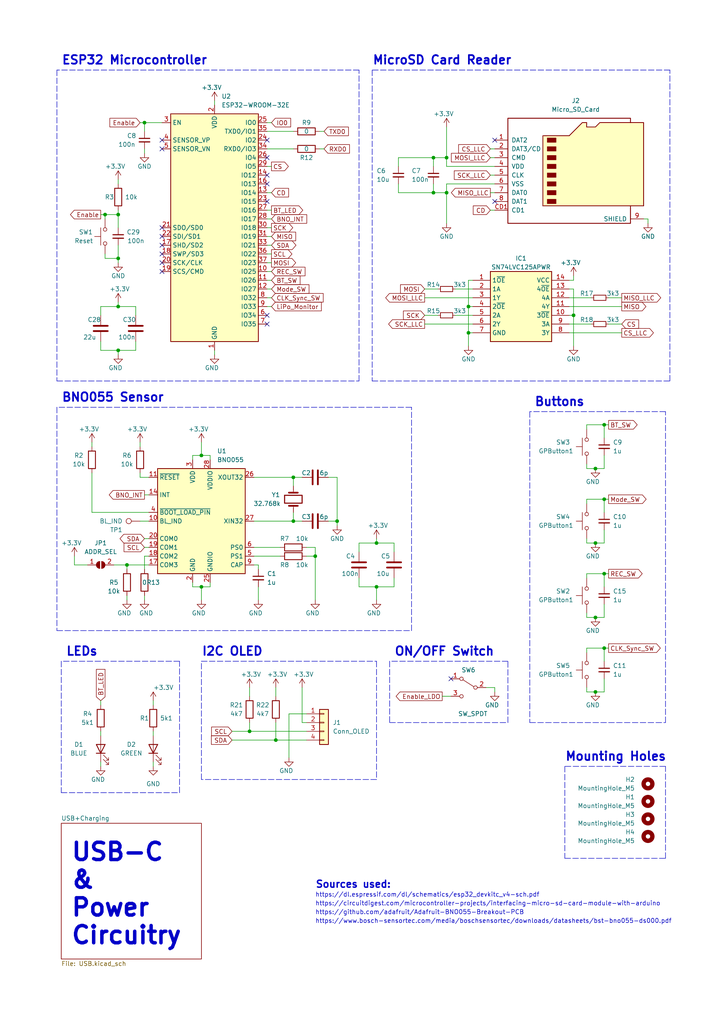
<source format=kicad_sch>
(kicad_sch (version 20211123) (generator eeschema)
  (paper "A4" portrait)
  (title_block (title "Wireless Motion Tracking") (date "2024-04-14") (rev "4"))
  (lib_symbols
    (symbol "Connector:Micro_SD_Card" (pin_names (offset 1.016))
      (property "Reference" "J2" (at 0.635 19.05 0))
      (property "Value" "Micro_SD_Card" (at 0.635 16.51 0))
      (symbol "Micro_SD_Card_1_1"
        (pin bidirectional line (at -22.86 7.62 0) (length 3.81) (name "DAT2") (number "1"))
        (pin bidirectional line (at -22.86 5.08 0) (length 3.81) (name "DAT3/CD") (number "2"))
        (pin input line (at -22.86 2.54 0) (length 3.81) (name "CMD") (number "3"))
        (pin power_in line (at -22.86 0 0) (length 3.81) (name "VDD") (number "4"))
        (pin input line (at -22.86 -2.54 0) (length 3.81) (name "CLK") (number "5"))
        (pin power_in line (at -22.86 -5.08 0) (length 3.81) (name "VSS") (number "6"))
        (pin bidirectional line (at -22.86 -7.62 0) (length 3.81) (name "DAT0") (number "7"))
        (pin bidirectional line (at -22.86 -10.16 0) (length 3.81) (name "DAT1") (number "8"))
        (pin passive line (at 20.32 -15.24 180) (length 3.81) (name "SHIELD") (number "9"))
        (pin output line (at -22.86 -12.7 0) (length 3.81) (name "CD1") (number "CD1"))
      )
    )
    (symbol "Connector:TestPoint" (pin_numbers hide) (pin_names (offset 0.762) hide)
      (property "Reference" "TP" (at 0 6.858 0))
      (property "Value" "TestPoint" (at 0 5.08 0))
      (symbol "TestPoint_1_1"
        (pin passive line (at 0 0 90) (length 2.54) (name "1") (number "1"))
      )
    )
    (symbol "Connector_Generic:Conn_01x04" (pin_names (offset 1.016) hide)
      (property "Reference" "J" (at 0 5.08 0))
      (property "Value" "Conn_01x04" (at 0 -7.62 0))
      (symbol "Conn_01x04_1_1"
        (pin passive line (at -5.08 2.54 0) (length 3.81) (name "Pin_1") (number "1"))
        (pin passive line (at -5.08 0 0) (length 3.81) (name "Pin_2") (number "2"))
        (pin passive line (at -5.08 -2.54 0) (length 3.81) (name "Pin_3") (number "3"))
        (pin passive line (at -5.08 -5.08 0) (length 3.81) (name "Pin_4") (number "4"))
      )
    )
    (symbol "Device:C" (pin_numbers hide) (pin_names (offset 0.254))
      (property "Reference" "C" (at 0.635 2.54 0))
      (property "Value" "C" (at 0.635 -2.54 0))
      (symbol "C_1_1"
        (pin passive line (at 0 3.81 270) (length 2.794) (name "~") (number "1"))
        (pin passive line (at 0 -3.81 90) (length 2.794) (name "~") (number "2"))
      )
    )
    (symbol "Device:C_Small" (pin_numbers hide) (pin_names (offset 0.254) hide)
      (property "Reference" "C" (at 0.254 1.778 0))
      (property "Value" "C_Small" (at 0.254 -2.032 0))
      (symbol "C_Small_1_1"
        (pin passive line (at 0 2.54 270) (length 2.032) (name "~") (number "1"))
        (pin passive line (at 0 -2.54 90) (length 2.032) (name "~") (number "2"))
      )
    )
    (symbol "Device:Crystal" (pin_numbers hide) (pin_names (offset 1.016) hide)
      (property "Reference" "Y" (at 0 3.81 0))
      (property "Value" "Crystal" (at 0 -3.81 0))
      (symbol "Crystal_1_1"
        (pin passive line (at -3.81 0 0) (length 1.27) (name "1") (number "1"))
        (pin passive line (at 3.81 0 180) (length 1.27) (name "2") (number "2"))
      )
    )
    (symbol "Device:LED" (pin_numbers hide) (pin_names (offset 1.016) hide)
      (property "Reference" "D" (at 0 2.54 0))
      (property "Value" "LED" (at 0 -2.54 0))
      (symbol "LED_1_1"
        (pin passive line (at -3.81 0 0) (length 2.54) (name "K") (number "1"))
        (pin passive line (at 3.81 0 180) (length 2.54) (name "A") (number "2"))
      )
    )
    (symbol "Device:R" (pin_numbers hide) (pin_names (offset 0))
      (property "Reference" "R" (at 2.032 0 90))
      (property "Value" "R" (at 0 0 90))
      (symbol "R_1_1"
        (pin passive line (at 0 3.81 270) (length 1.27) (name "~") (number "1"))
        (pin passive line (at 0 -3.81 90) (length 1.27) (name "~") (number "2"))
      )
    )
    (symbol "Device:R_Small" (pin_numbers hide) (pin_names (offset 0.254) hide)
      (property "Reference" "R" (at 0.762 0.508 0))
      (property "Value" "R_Small" (at 0.762 -1.016 0))
      (symbol "R_Small_1_1"
        (pin passive line (at 0 2.54 270) (length 0.762) (name "~") (number "1"))
        (pin passive line (at 0 -2.54 90) (length 0.762) (name "~") (number "2"))
      )
    )
    (symbol "Jumper:SolderJumper_2_Open" (pin_names (offset 0) hide)
      (property "Reference" "JP" (at 0 2.032 0))
      (property "Value" "SolderJumper_2_Open" (at 0 -2.54 0))
      (symbol "SolderJumper_2_Open_1_1"
        (pin passive line (at -3.81 0 0) (length 2.54) (name "A") (number "1"))
        (pin passive line (at 3.81 0 180) (length 2.54) (name "B") (number "2"))
      )
    )
    (symbol "Mechanical:MountingHole" (pin_names (offset 1.016))
      (property "Reference" "H" (at 0 5.08 0))
      (property "Value" "MountingHole" (at 0 3.175 0))
    )
    (symbol "Mouser:SN74LVC125APWR"
      (property "Reference" "IC" (at 0 0 0))
      (property "Value" "SN74LVC125APWR" (at 13.97 3.81 0))
      (symbol "SN74LVC125APWR_1_1"
        (pin passive line (at 0 0 0) (length 5.08) (name "1~{OE}") (number "1"))
        (pin passive line (at 27.94 -10.16 180) (length 5.08) (name "3~{OE}") (number "10"))
        (pin passive line (at 27.94 -7.62 180) (length 5.08) (name "4Y") (number "11"))
        (pin passive line (at 27.94 -5.08 180) (length 5.08) (name "4A") (number "12"))
        (pin passive line (at 27.94 -2.54 180) (length 5.08) (name "4~{OE}") (number "13"))
        (pin passive line (at 27.94 0 180) (length 5.08) (name "VCC") (number "14"))
        (pin passive line (at 0 -2.54 0) (length 5.08) (name "1A") (number "2"))
        (pin passive line (at 0 -5.08 0) (length 5.08) (name "1Y") (number "3"))
        (pin passive line (at 0 -7.62 0) (length 5.08) (name "2~{OE}") (number "4"))
        (pin passive line (at 0 -10.16 0) (length 5.08) (name "2A") (number "5"))
        (pin passive line (at 0 -12.7 0) (length 5.08) (name "2Y") (number "6"))
        (pin passive line (at 0 -15.24 0) (length 5.08) (name "GND") (number "7"))
        (pin passive line (at 27.94 -15.24 180) (length 5.08) (name "3Y") (number "8"))
        (pin passive line (at 27.94 -12.7 180) (length 5.08) (name "3A") (number "9"))
      )
    )
    (symbol "RF_Module:ESP32-WROOM-32"
      (property "Reference" "U" (at -12.7 34.29 0))
      (property "Value" "ESP32-WROOM-32" (at 1.27 34.29 0))
      (symbol "ESP32-WROOM-32_1_1"
        (pin power_in line (at 0 -35.56 90) (length 2.54) (name "GND") (number "1"))
        (pin bidirectional line (at 15.24 -12.7 180) (length 2.54) (name "IO25") (number "10"))
        (pin bidirectional line (at 15.24 -15.24 180) (length 2.54) (name "IO26") (number "11"))
        (pin bidirectional line (at 15.24 -17.78 180) (length 2.54) (name "IO27") (number "12"))
        (pin bidirectional line (at 15.24 10.16 180) (length 2.54) (name "IO14") (number "13"))
        (pin bidirectional line (at 15.24 15.24 180) (length 2.54) (name "IO12") (number "14"))
        (pin passive line (at 0 -35.56 90) (length 2.54) hide (name "GND") (number "15"))
        (pin bidirectional line (at 15.24 12.7 180) (length 2.54) (name "IO13") (number "16"))
        (pin bidirectional line (at -15.24 -5.08 0) (length 2.54) (name "SHD/SD2") (number "17"))
        (pin bidirectional line (at -15.24 -7.62 0) (length 2.54) (name "SWP/SD3") (number "18"))
        (pin bidirectional line (at -15.24 -12.7 0) (length 2.54) (name "SCS/CMD") (number "19"))
        (pin power_in line (at 0 35.56 270) (length 2.54) (name "VDD") (number "2"))
        (pin bidirectional line (at -15.24 -10.16 0) (length 2.54) (name "SCK/CLK") (number "20"))
        (pin bidirectional line (at -15.24 0 0) (length 2.54) (name "SDO/SD0") (number "21"))
        (pin bidirectional line (at -15.24 -2.54 0) (length 2.54) (name "SDI/SD1") (number "22"))
        (pin bidirectional line (at 15.24 7.62 180) (length 2.54) (name "IO15") (number "23"))
        (pin bidirectional line (at 15.24 25.4 180) (length 2.54) (name "IO2") (number "24"))
        (pin bidirectional line (at 15.24 30.48 180) (length 2.54) (name "IO0") (number "25"))
        (pin bidirectional line (at 15.24 20.32 180) (length 2.54) (name "IO4") (number "26"))
        (pin bidirectional line (at 15.24 5.08 180) (length 2.54) (name "IO16") (number "27"))
        (pin bidirectional line (at 15.24 2.54 180) (length 2.54) (name "IO17") (number "28"))
        (pin bidirectional line (at 15.24 17.78 180) (length 2.54) (name "IO5") (number "29"))
        (pin input line (at -15.24 30.48 0) (length 2.54) (name "EN") (number "3"))
        (pin bidirectional line (at 15.24 0 180) (length 2.54) (name "IO18") (number "30"))
        (pin bidirectional line (at 15.24 -2.54 180) (length 2.54) (name "IO19") (number "31"))
        (pin no_connect line (at -12.7 -27.94 0) (length 2.54) hide (name "NC") (number "32"))
        (pin bidirectional line (at 15.24 -5.08 180) (length 2.54) (name "IO21") (number "33"))
        (pin bidirectional line (at 15.24 22.86 180) (length 2.54) (name "RXD0/IO3") (number "34"))
        (pin bidirectional line (at 15.24 27.94 180) (length 2.54) (name "TXD0/IO1") (number "35"))
        (pin bidirectional line (at 15.24 -7.62 180) (length 2.54) (name "IO22") (number "36"))
        (pin bidirectional line (at 15.24 -10.16 180) (length 2.54) (name "IO23") (number "37"))
        (pin passive line (at 0 -35.56 90) (length 2.54) hide (name "GND") (number "38"))
        (pin passive line (at 0 -35.56 90) (length 2.54) hide (name "GND") (number "39"))
        (pin input line (at -15.24 25.4 0) (length 2.54) (name "SENSOR_VP") (number "4"))
        (pin input line (at -15.24 22.86 0) (length 2.54) (name "SENSOR_VN") (number "5"))
        (pin input line (at 15.24 -25.4 180) (length 2.54) (name "IO34") (number "6"))
        (pin input line (at 15.24 -27.94 180) (length 2.54) (name "IO35") (number "7"))
        (pin bidirectional line (at 15.24 -20.32 180) (length 2.54) (name "IO32") (number "8"))
        (pin bidirectional line (at 15.24 -22.86 180) (length 2.54) (name "IO33") (number "9"))
      )
    )
    (symbol "Sensor_Motion:BNO055"
      (property "Reference" "U" (at -11.43 16.51 0))
      (property "Value" "BNO055" (at 12.7 16.51 0))
      (symbol "BNO055_1_1"
        (pin no_connect line (at -12.7 10.16 0) (length 2.54) hide (name "PIN1") (number "1"))
        (pin output line (at -15.24 0 0) (length 2.54) (name "BL_IND") (number "10"))
        (pin input line (at -15.24 12.7 0) (length 2.54) (name "~{RESET}") (number "11"))
        (pin no_connect line (at 12.7 10.16 180) (length 2.54) hide (name "PIN12") (number "12"))
        (pin no_connect line (at 12.7 7.62 180) (length 2.54) hide (name "PIN13") (number "13"))
        (pin output line (at -15.24 7.62 0) (length 2.54) (name "INT") (number "14"))
        (pin passive line (at 2.54 -17.78 90) (length 2.54) hide (name "GNDIO") (number "15"))
        (pin passive line (at 2.54 -17.78 90) (length 2.54) hide (name "GNDIO") (number "16"))
        (pin input line (at -15.24 -12.7 0) (length 2.54) (name "COM3") (number "17"))
        (pin bidirectional line (at -15.24 -10.16 0) (length 2.54) (name "COM2") (number "18"))
        (pin bidirectional line (at -15.24 -7.62 0) (length 2.54) (name "COM1") (number "19"))
        (pin power_in line (at -2.54 -17.78 90) (length 2.54) (name "GND") (number "2"))
        (pin bidirectional line (at -15.24 -5.08 0) (length 2.54) (name "COM0") (number "20"))
        (pin no_connect line (at 12.7 5.08 180) (length 2.54) hide (name "PIN21") (number "21"))
        (pin no_connect line (at 12.7 2.54 180) (length 2.54) hide (name "PIN22") (number "22"))
        (pin no_connect line (at 12.7 -2.54 180) (length 2.54) hide (name "PIN23") (number "23"))
        (pin no_connect line (at 12.7 -5.08 180) (length 2.54) hide (name "PIN24") (number "24"))
        (pin power_in line (at 2.54 -17.78 90) (length 2.54) (name "GNDIO") (number "25"))
        (pin output line (at 15.24 12.7 180) (length 2.54) (name "XOUT32") (number "26"))
        (pin input line (at 15.24 0 180) (length 2.54) (name "XIN32") (number "27"))
        (pin power_in line (at 2.54 17.78 270) (length 2.54) (name "VDDIO") (number "28"))
        (pin power_in line (at -2.54 17.78 270) (length 2.54) (name "VDD") (number "3"))
        (pin input line (at -15.24 2.54 0) (length 2.54) (name "~{BOOT_LOAD_PIN}") (number "4"))
        (pin input line (at 15.24 -10.16 180) (length 2.54) (name "PS1") (number "5"))
        (pin input line (at 15.24 -7.62 180) (length 2.54) (name "PS0") (number "6"))
        (pin no_connect line (at -12.7 5.08 0) (length 2.54) hide (name "PIN7") (number "7"))
        (pin no_connect line (at -12.7 -2.54 0) (length 2.54) hide (name "PIN8") (number "8"))
        (pin passive line (at 15.24 -12.7 180) (length 2.54) (name "CAP") (number "9"))
      )
    )
    (symbol "Switch:SW_Push" (pin_numbers hide) (pin_names (offset 1.016) hide)
      (property "Reference" "SW" (at 1.27 2.54 0))
      (property "Value" "SW_Push" (at 0 -1.524 0))
      (symbol "SW_Push_0_1"
        (pin passive line (at -5.08 0 0) (length 2.54) (name "1") (number "1"))
        (pin passive line (at 5.08 0 180) (length 2.54) (name "2") (number "2"))
      )
    )
    (symbol "Switch:SW_SPDT" (pin_names (offset 0) hide)
      (property "Reference" "SW" (at 0 4.318 0))
      (property "Value" "SW_SPDT" (at 0 -5.08 0))
      (symbol "SW_SPDT_1_1"
        (pin passive line (at 5.08 2.54 180) (length 2.54) (name "A") (number "1"))
        (pin passive line (at -5.08 0 0) (length 2.54) (name "B") (number "2"))
        (pin passive line (at 5.08 -2.54 180) (length 2.54) (name "C") (number "3"))
      )
    )
    (symbol "power:+3.3V" (power) (pin_names (offset 0))
      (property "Value" "+3.3V" (at 0 3.556 0))
      (symbol "+3.3V_1_1"
        (pin power_in line (at 0 0 90) (length 0) hide (name "+3.3V") (number "1"))
      )
    )
    (symbol "power:GND" (power) (pin_names (offset 0))
      (property "Value" "GND" (at 0 -3.81 0))
      (symbol "GND_1_1"
        (pin power_in line (at 0 0 270) (length 0) hide (name "GND") (number "1"))
      )
    )
  )
  (junction (at 34.29 74.93))
  (junction (at 175.26 166.37))
  (junction (at 85.09 151.13))
  (junction (at 30.48 62.23))
  (junction (at 135.89 88.9))
  (junction (at 175.26 123.19))
  (junction (at 175.26 187.96))
  (junction (at 58.42 170.18))
  (junction (at 34.29 62.23))
  (junction (at 125.73 45.72))
  (junction (at 80.01 214.63))
  (junction (at 129.54 45.72))
  (junction (at 166.37 91.44))
  (junction (at 135.89 96.52))
  (junction (at 172.72 135.89))
  (junction (at 85.09 138.43))
  (junction (at 172.72 179.07))
  (junction (at 125.73 55.88))
  (junction (at 109.22 157.48))
  (junction (at 58.42 132.08))
  (junction (at 36.83 163.83))
  (junction (at 41.91 35.56))
  (junction (at 34.29 101.6))
  (junction (at 109.22 170.18))
  (junction (at 172.72 157.48))
  (junction (at 91.44 161.29))
  (junction (at 129.54 55.88))
  (junction (at 72.39 212.09))
  (junction (at 97.79 151.13))
  (junction (at 34.29 88.9))
  (junction (at 172.72 200.66))
  (junction (at 175.26 144.78))
  (no_connect (at 77.47 50.8))
  (no_connect (at 46.99 66.04))
  (no_connect (at 46.99 68.58))
  (no_connect (at 77.47 93.98))
  (no_connect (at 77.47 53.34))
  (no_connect (at 46.99 73.66))
  (no_connect (at 46.99 43.18))
  (no_connect (at 130.81 196.85))
  (no_connect (at 77.47 91.44))
  (no_connect (at 46.99 71.12))
  (no_connect (at 77.47 58.42))
  (no_connect (at 46.99 76.2))
  (no_connect (at 143.51 58.42))
  (no_connect (at 46.99 40.64))
  (no_connect (at 46.99 78.74))
  (no_connect (at 77.47 45.72))
  (no_connect (at 77.47 40.64))
  (no_connect (at 143.51 40.64))
  (wire (pts (xy 43.18 138.43) (xy 40.64 138.43)))
  (wire (pts (xy 44.45 212.09) (xy 44.45 213.36)))
  (polyline (pts (xy 193.04 222.25) (xy 163.83 222.25)))
  (wire (pts (xy 180.34 96.52) (xy 165.1 96.52)))
  (wire (pts (xy 60.96 170.18) (xy 58.42 170.18)))
  (wire (pts (xy 77.47 71.12) (xy 78.74 71.12)))
  (wire (pts (xy 73.66 161.29) (xy 81.28 161.29)))
  (wire (pts (xy 187.96 63.5) (xy 187.96 64.77)))
  (polyline (pts (xy 119.38 182.88) (xy 119.38 118.11)))
  (wire (pts (xy 129.54 45.72) (xy 129.54 48.26)))
  (wire (pts (xy 67.31 214.63) (xy 80.01 214.63)))
  (wire (pts (xy 170.18 200.66) (xy 172.72 200.66)))
  (wire (pts (xy 80.01 209.55) (xy 80.01 214.63)))
  (wire (pts (xy 77.47 68.58) (xy 78.74 68.58)))
  (wire (pts (xy 30.48 62.23) (xy 34.29 62.23)))
  (polyline (pts (xy 58.42 191.77) (xy 109.22 191.77)))
  (wire (pts (xy 36.83 173.99) (xy 36.83 172.72)))
  (wire (pts (xy 123.19 91.44) (xy 127 91.44)))
  (wire (pts (xy 172.72 157.48) (xy 175.26 157.48)))
  (wire (pts (xy 170.18 167.64) (xy 170.18 166.37)))
  (wire (pts (xy 44.45 220.98) (xy 44.45 222.25)))
  (wire (pts (xy 93.98 43.18) (xy 92.71 43.18)))
  (wire (pts (xy 41.91 158.75) (xy 43.18 158.75)))
  (wire (pts (xy 115.57 55.88) (xy 115.57 53.34)))
  (wire (pts (xy 55.88 168.91) (xy 55.88 170.18)))
  (polyline (pts (xy 153.67 209.55) (xy 193.04 209.55)))
  (polyline (pts (xy 16.51 110.49) (xy 104.14 110.49)))
  (wire (pts (xy 40.64 151.13) (xy 43.18 151.13)))
  (wire (pts (xy 21.59 161.29) (xy 21.59 163.83)))
  (wire (pts (xy 142.24 55.88) (xy 143.51 55.88)))
  (wire (pts (xy 114.3 157.48) (xy 114.3 160.02)))
  (wire (pts (xy 142.24 45.72) (xy 143.51 45.72)))
  (wire (pts (xy 128.27 201.93) (xy 130.81 201.93)))
  (wire (pts (xy 180.34 86.36) (xy 176.53 86.36)))
  (wire (pts (xy 135.89 88.9) (xy 135.89 96.52)))
  (polyline (pts (xy 107.95 110.49) (xy 194.31 110.49)))
  (wire (pts (xy 34.29 52.07) (xy 34.29 53.34)))
  (wire (pts (xy 29.21 91.44) (xy 29.21 88.9)))
  (polyline (pts (xy 16.51 20.32) (xy 16.51 110.49)))
  (wire (pts (xy 142.24 60.96) (xy 143.51 60.96)))
  (wire (pts (xy 60.96 132.08) (xy 60.96 133.35)))
  (wire (pts (xy 165.1 86.36) (xy 171.45 86.36)))
  (wire (pts (xy 135.89 81.28) (xy 135.89 88.9)))
  (wire (pts (xy 77.47 66.04) (xy 78.74 66.04)))
  (wire (pts (xy 34.29 74.93) (xy 34.29 76.2)))
  (wire (pts (xy 34.29 88.9) (xy 39.37 88.9)))
  (wire (pts (xy 109.22 170.18) (xy 104.14 170.18)))
  (polyline (pts (xy 194.31 20.32) (xy 107.95 20.32)))
  (polyline (pts (xy 52.07 229.87) (xy 52.07 191.77)))
  (wire (pts (xy 77.47 38.1) (xy 85.09 38.1)))
  (wire (pts (xy 41.91 161.29) (xy 43.18 161.29)))
  (wire (pts (xy 175.26 187.96) (xy 175.26 191.77)))
  (wire (pts (xy 175.26 196.85) (xy 175.26 200.66)))
  (wire (pts (xy 33.02 163.83) (xy 36.83 163.83)))
  (polyline (pts (xy 193.04 119.38) (xy 153.67 119.38)))
  (wire (pts (xy 97.79 151.13) (xy 97.79 152.4)))
  (wire (pts (xy 172.72 179.07) (xy 175.26 179.07)))
  (polyline (pts (xy 194.31 110.49) (xy 194.31 20.32)))
  (wire (pts (xy 170.18 144.78) (xy 175.26 144.78)))
  (wire (pts (xy 109.22 157.48) (xy 114.3 157.48)))
  (wire (pts (xy 125.73 45.72) (xy 125.73 48.26)))
  (wire (pts (xy 142.24 43.18) (xy 143.51 43.18)))
  (polyline (pts (xy 163.83 248.92) (xy 193.04 248.92)))
  (wire (pts (xy 97.79 138.43) (xy 95.25 138.43)))
  (wire (pts (xy 83.82 219.71) (xy 83.82 207.01)))
  (wire (pts (xy 170.18 156.21) (xy 170.18 157.48)))
  (wire (pts (xy 142.24 50.8) (xy 143.51 50.8)))
  (wire (pts (xy 74.93 170.18) (xy 74.93 173.99)))
  (wire (pts (xy 125.73 55.88) (xy 115.57 55.88)))
  (wire (pts (xy 26.67 128.27) (xy 26.67 129.54)))
  (polyline (pts (xy 119.38 118.11) (xy 16.51 118.11)))
  (wire (pts (xy 85.09 140.97) (xy 85.09 138.43)))
  (wire (pts (xy 87.63 199.39) (xy 87.63 209.55)))
  (wire (pts (xy 29.21 88.9) (xy 34.29 88.9)))
  (polyline (pts (xy 193.04 209.55) (xy 193.04 119.38)))
  (wire (pts (xy 34.29 101.6) (xy 29.21 101.6)))
  (wire (pts (xy 95.25 151.13) (xy 97.79 151.13)))
  (wire (pts (xy 171.45 93.98) (xy 165.1 93.98)))
  (wire (pts (xy 85.09 138.43) (xy 87.63 138.43)))
  (wire (pts (xy 175.26 175.26) (xy 175.26 179.07)))
  (wire (pts (xy 137.16 96.52) (xy 135.89 96.52)))
  (wire (pts (xy 170.18 124.46) (xy 170.18 123.19)))
  (polyline (pts (xy 17.78 191.77) (xy 17.78 229.87)))
  (wire (pts (xy 58.42 132.08) (xy 60.96 132.08)))
  (wire (pts (xy 80.01 199.39) (xy 80.01 201.93)))
  (wire (pts (xy 166.37 91.44) (xy 166.37 100.33)))
  (wire (pts (xy 78.74 76.2) (xy 77.47 76.2)))
  (polyline (pts (xy 153.67 119.38) (xy 153.67 209.55)))
  (polyline (pts (xy 109.22 191.77) (xy 109.22 226.06)))
  (wire (pts (xy 123.19 86.36) (xy 137.16 86.36)))
  (wire (pts (xy 115.57 45.72) (xy 115.57 48.26)))
  (wire (pts (xy 34.29 62.23) (xy 34.29 66.04)))
  (polyline (pts (xy 104.14 110.49) (xy 104.14 20.32)))
  (wire (pts (xy 132.08 83.82) (xy 137.16 83.82)))
  (wire (pts (xy 72.39 212.09) (xy 88.9 212.09)))
  (wire (pts (xy 41.91 143.51) (xy 43.18 143.51)))
  (wire (pts (xy 40.64 128.27) (xy 40.64 129.54)))
  (wire (pts (xy 41.91 35.56) (xy 46.99 35.56)))
  (wire (pts (xy 175.26 144.78) (xy 175.26 148.59)))
  (wire (pts (xy 87.63 209.55) (xy 88.9 209.55)))
  (wire (pts (xy 115.57 45.72) (xy 125.73 45.72)))
  (wire (pts (xy 125.73 55.88) (xy 129.54 55.88)))
  (wire (pts (xy 172.72 135.89) (xy 175.26 135.89)))
  (wire (pts (xy 77.47 60.96) (xy 78.74 60.96)))
  (wire (pts (xy 135.89 88.9) (xy 137.16 88.9)))
  (wire (pts (xy 175.26 153.67) (xy 175.26 157.48)))
  (wire (pts (xy 170.18 157.48) (xy 172.72 157.48)))
  (wire (pts (xy 58.42 170.18) (xy 55.88 170.18)))
  (wire (pts (xy 125.73 45.72) (xy 129.54 45.72)))
  (polyline (pts (xy 113.03 191.77) (xy 113.03 209.55)))
  (wire (pts (xy 74.93 163.83) (xy 74.93 165.1)))
  (wire (pts (xy 41.91 156.21) (xy 43.18 156.21)))
  (polyline (pts (xy 163.83 222.25) (xy 163.83 248.92)))
  (wire (pts (xy 186.69 63.5) (xy 187.96 63.5)))
  (wire (pts (xy 175.26 166.37) (xy 176.53 166.37)))
  (wire (pts (xy 26.67 137.16) (xy 26.67 148.59)))
  (wire (pts (xy 21.59 163.83) (xy 25.4 163.83)))
  (wire (pts (xy 72.39 199.39) (xy 72.39 201.93)))
  (wire (pts (xy 77.47 73.66) (xy 78.74 73.66)))
  (wire (pts (xy 170.18 146.05) (xy 170.18 144.78)))
  (wire (pts (xy 77.47 86.36) (xy 78.74 86.36)))
  (wire (pts (xy 30.48 73.66) (xy 30.48 74.93)))
  (wire (pts (xy 170.18 189.23) (xy 170.18 187.96)))
  (wire (pts (xy 165.1 91.44) (xy 166.37 91.44)))
  (polyline (pts (xy 147.32 209.55) (xy 147.32 191.77)))
  (wire (pts (xy 55.88 132.08) (xy 58.42 132.08)))
  (wire (pts (xy 123.19 83.82) (xy 127 83.82)))
  (wire (pts (xy 166.37 81.28) (xy 166.37 80.01)))
  (polyline (pts (xy 193.04 248.92) (xy 193.04 222.25)))
  (wire (pts (xy 26.67 148.59) (xy 43.18 148.59)))
  (wire (pts (xy 58.42 170.18) (xy 58.42 173.99)))
  (wire (pts (xy 55.88 132.08) (xy 55.88 133.35)))
  (polyline (pts (xy 113.03 209.55) (xy 147.32 209.55)))
  (wire (pts (xy 137.16 81.28) (xy 135.89 81.28)))
  (wire (pts (xy 83.82 207.01) (xy 88.9 207.01)))
  (wire (pts (xy 170.18 166.37) (xy 175.26 166.37)))
  (wire (pts (xy 129.54 53.34) (xy 129.54 55.88)))
  (wire (pts (xy 170.18 177.8) (xy 170.18 179.07)))
  (polyline (pts (xy 17.78 229.87) (xy 52.07 229.87)))
  (wire (pts (xy 93.98 38.1) (xy 92.71 38.1)))
  (wire (pts (xy 104.14 160.02) (xy 104.14 157.48)))
  (wire (pts (xy 175.26 123.19) (xy 176.53 123.19)))
  (wire (pts (xy 85.09 151.13) (xy 85.09 148.59)))
  (wire (pts (xy 29.21 62.23) (xy 30.48 62.23)))
  (wire (pts (xy 175.26 123.19) (xy 175.26 127)))
  (wire (pts (xy 170.18 179.07) (xy 172.72 179.07)))
  (wire (pts (xy 34.29 101.6) (xy 34.29 102.87)))
  (wire (pts (xy 77.47 81.28) (xy 78.74 81.28)))
  (wire (pts (xy 85.09 151.13) (xy 87.63 151.13)))
  (wire (pts (xy 36.83 163.83) (xy 43.18 163.83)))
  (wire (pts (xy 29.21 220.98) (xy 29.21 222.25)))
  (wire (pts (xy 97.79 138.43) (xy 97.79 151.13)))
  (wire (pts (xy 165.1 81.28) (xy 166.37 81.28)))
  (wire (pts (xy 40.64 138.43) (xy 40.64 137.16)))
  (wire (pts (xy 91.44 161.29) (xy 91.44 158.75)))
  (wire (pts (xy 180.34 88.9) (xy 165.1 88.9)))
  (wire (pts (xy 104.14 157.48) (xy 109.22 157.48)))
  (wire (pts (xy 39.37 101.6) (xy 34.29 101.6)))
  (wire (pts (xy 175.26 144.78) (xy 176.53 144.78)))
  (polyline (pts (xy 104.14 20.32) (xy 16.51 20.32)))
  (wire (pts (xy 67.31 212.09) (xy 72.39 212.09)))
  (wire (pts (xy 77.47 43.18) (xy 85.09 43.18)))
  (wire (pts (xy 132.08 91.44) (xy 137.16 91.44)))
  (wire (pts (xy 114.3 170.18) (xy 109.22 170.18)))
  (wire (pts (xy 41.91 161.29) (xy 41.91 165.1)))
  (wire (pts (xy 62.23 102.87) (xy 62.23 101.6)))
  (wire (pts (xy 129.54 36.83) (xy 129.54 45.72)))
  (wire (pts (xy 175.26 166.37) (xy 175.26 170.18)))
  (wire (pts (xy 170.18 134.62) (xy 170.18 135.89)))
  (wire (pts (xy 29.21 99.06) (xy 29.21 101.6)))
  (wire (pts (xy 41.91 35.56) (xy 41.91 38.1)))
  (wire (pts (xy 166.37 83.82) (xy 166.37 91.44)))
  (wire (pts (xy 30.48 62.23) (xy 30.48 63.5)))
  (wire (pts (xy 170.18 123.19) (xy 175.26 123.19)))
  (wire (pts (xy 77.47 88.9) (xy 78.74 88.9)))
  (wire (pts (xy 73.66 138.43) (xy 85.09 138.43)))
  (polyline (pts (xy 58.42 226.06) (xy 58.42 191.77)))
  (wire (pts (xy 62.23 29.21) (xy 62.23 30.48)))
  (wire (pts (xy 129.54 64.77) (xy 129.54 55.88)))
  (wire (pts (xy 73.66 163.83) (xy 74.93 163.83)))
  (wire (pts (xy 170.18 199.39) (xy 170.18 200.66)))
  (polyline (pts (xy 107.95 20.32) (xy 107.95 110.49)))
  (wire (pts (xy 36.83 163.83) (xy 36.83 165.1)))
  (polyline (pts (xy 147.32 191.77) (xy 113.03 191.77)))
  (polyline (pts (xy 52.07 191.77) (xy 17.78 191.77)))
  (wire (pts (xy 29.21 212.09) (xy 29.21 213.36)))
  (wire (pts (xy 80.01 214.63) (xy 88.9 214.63)))
  (wire (pts (xy 44.45 203.2) (xy 44.45 204.47)))
  (wire (pts (xy 176.53 93.98) (xy 180.34 93.98)))
  (wire (pts (xy 39.37 88.9) (xy 39.37 91.44)))
  (wire (pts (xy 172.72 200.66) (xy 175.26 200.66)))
  (wire (pts (xy 34.29 71.12) (xy 34.29 74.93)))
  (polyline (pts (xy 109.22 226.06) (xy 58.42 226.06)))
  (wire (pts (xy 60.96 168.91) (xy 60.96 170.18)))
  (wire (pts (xy 125.73 53.34) (xy 125.73 55.88)))
  (wire (pts (xy 88.9 158.75) (xy 91.44 158.75)))
  (wire (pts (xy 135.89 96.52) (xy 135.89 100.33)))
  (wire (pts (xy 77.47 35.56) (xy 78.74 35.56)))
  (wire (pts (xy 88.9 161.29) (xy 91.44 161.29)))
  (wire (pts (xy 170.18 187.96) (xy 175.26 187.96)))
  (wire (pts (xy 41.91 172.72) (xy 41.91 173.99)))
  (wire (pts (xy 73.66 151.13) (xy 85.09 151.13)))
  (wire (pts (xy 77.47 63.5) (xy 78.74 63.5)))
  (wire (pts (xy 91.44 173.99) (xy 91.44 161.29)))
  (wire (pts (xy 77.47 78.74) (xy 78.74 78.74)))
  (wire (pts (xy 170.18 135.89) (xy 172.72 135.89)))
  (wire (pts (xy 34.29 60.96) (xy 34.29 62.23)))
  (wire (pts (xy 175.26 187.96) (xy 176.53 187.96)))
  (wire (pts (xy 123.19 93.98) (xy 137.16 93.98)))
  (wire (pts (xy 58.42 128.27) (xy 58.42 132.08)))
  (wire (pts (xy 104.14 167.64) (xy 104.14 170.18)))
  (wire (pts (xy 114.3 167.64) (xy 114.3 170.18)))
  (wire (pts (xy 77.47 83.82) (xy 78.74 83.82)))
  (wire (pts (xy 109.22 170.18) (xy 109.22 173.99)))
  (wire (pts (xy 29.21 203.2) (xy 29.21 204.47)))
  (polyline (pts (xy 16.51 118.11) (xy 16.51 182.88)))
  (wire (pts (xy 73.66 158.75) (xy 81.28 158.75)))
  (wire (pts (xy 72.39 209.55) (xy 72.39 212.09)))
  (wire (pts (xy 77.47 55.88) (xy 78.74 55.88)))
  (wire (pts (xy 165.1 83.82) (xy 166.37 83.82)))
  (wire (pts (xy 34.29 87.63) (xy 34.29 88.9)))
  (wire (pts (xy 40.64 35.56) (xy 41.91 35.56)))
  (wire (pts (xy 109.22 156.21) (xy 109.22 157.48)))
  (wire (pts (xy 30.48 74.93) (xy 34.29 74.93)))
  (wire (pts (xy 129.54 53.34) (xy 143.51 53.34)))
  (wire (pts (xy 143.51 200.66) (xy 143.51 199.39)))
  (wire (pts (xy 175.26 132.08) (xy 175.26 135.89)))
  (wire (pts (xy 39.37 99.06) (xy 39.37 101.6)))
  (wire (pts (xy 78.74 48.26) (xy 77.47 48.26)))
  (polyline (pts (xy 16.51 182.88) (xy 119.38 182.88)))
  (wire (pts (xy 143.51 199.39) (xy 140.97 199.39)))
  (wire (pts (xy 41.91 43.18) (xy 41.91 44.45)))
  (wire (pts (xy 129.54 48.26) (xy 143.51 48.26)))
  (text "I2C OLED" (at 58.42 190.5 0) (effects (font (size 2.4892 2.4892) (thickness 0.4978) bold) (justify left bottom)))
  (text "https://www.bosch-sensortec.com/media/boschsensortec/downloads/datasheets/bst-bno055-ds000.pdf" (at 91.44 267.97 0) (effects (font (size 1.27 1.27)) (justify left bottom)))
  (text "Buttons" (at 154.94 118.11 0) (effects (font (size 2.4892 2.4892) (thickness 0.4978) bold) (justify left bottom)))
  (text "ON/OFF Switch" (at 114.3 190.5 0) (effects (font (size 2.4892 2.4892) (thickness 0.4978) bold) (justify left bottom)))
  (text "MicroSD Card Reader" (at 107.95 19.05 0) (effects (font (size 2.4892 2.4892) (thickness 0.4978) bold) (justify left bottom)))
  (text "Mounting Holes" (at 163.83 220.98 0) (effects (font (size 2.4892 2.4892) (thickness 0.4978) bold) (justify left bottom)))
  (text "https://circuitdigest.com/microcontroller-projects/interfacing-micro-sd-card-module-with-arduino" (at 91.44 262.89 0) (effects (font (size 1.27 1.27)) (justify left bottom)))
  (text "Sources used:" (at 91.44 257.81 0) (effects (font (size 2.032 2.032) (thickness 0.4064) bold) (justify left bottom)))
  (text "ESP32 Microcontroller" (at 17.78 19.05 0) (effects (font (size 2.4892 2.4892) (thickness 0.4978) bold) (justify left bottom)))
  (text "https://dl.espressif.com/dl/schematics/esp32_devkitc_v4-sch.pdf" (at 91.44 260.35 0) (effects (font (size 1.27 1.27)) (justify left bottom)))
  (text "https://github.com/adafruit/Adafruit-BNO055-Breakout-PCB" (at 91.44 265.43 0) (effects (font (size 1.27 1.27)) (justify left bottom)))
  (text "BNO055 Sensor" (at 17.78 116.84 0) (effects (font (size 2.4892 2.4892) (thickness 0.4978) bold) (justify left bottom)))
  (text "USB-C\n&\nPower \nCircuitry" (at 20.32 274.32 0) (effects (font (size 5 5) bold) (justify left bottom)))
  (text "LEDs" (at 19.05 190.5 0) (effects (font (size 2.4892 2.4892) (thickness 0.4978) bold) (justify left bottom)))
  (global_label "LiPo_Monitor" (shape input) (at 78.74 88.9 0) (property "Intersheet References" "${INTERSHEET_REFS}" (effects hide)))
  (global_label "Enable" (shape output) (at 29.21 62.23 180) (property "Intersheet References" "${INTERSHEET_REFS}" (effects hide)))
  (global_label "Mode_SW" (shape output) (at 176.53 144.78 0) (property "Intersheet References" "${INTERSHEET_REFS}" (effects hide)))
  (global_label "CD" (shape input) (at 78.74 55.88 0) (property "Intersheet References" "${INTERSHEET_REFS}" (effects hide)))
  (global_label "SCK_LLC" (shape output) (at 123.19 93.98 180) (property "Intersheet References" "${INTERSHEET_REFS}" (effects hide)))
  (global_label "TXD0" (shape input) (at 93.98 38.1 0) (property "Intersheet References" "${INTERSHEET_REFS}" (effects hide)))
  (global_label "MOSI_LLC" (shape output) (at 123.19 86.36 180) (property "Intersheet References" "${INTERSHEET_REFS}" (effects hide)))
  (global_label "REC_SW" (shape output) (at 176.53 166.37 0) (property "Intersheet References" "${INTERSHEET_REFS}" (effects hide)))
  (global_label "SCK" (shape input) (at 123.19 91.44 180) (property "Intersheet References" "${INTERSHEET_REFS}" (effects hide)))
  (global_label "SDA" (shape bidirectional) (at 41.91 156.21 180) (property "Intersheet References" "${INTERSHEET_REFS}" (effects hide)))
  (global_label "REC_SW" (shape input) (at 78.74 78.74 0) (property "Intersheet References" "${INTERSHEET_REFS}" (effects hide)))
  (global_label "SCL" (shape output) (at 78.74 73.66 0) (property "Intersheet References" "${INTERSHEET_REFS}" (effects hide)))
  (global_label "MOSI" (shape input) (at 123.19 83.82 180) (property "Intersheet References" "${INTERSHEET_REFS}" (effects hide)))
  (global_label "BT_LED" (shape output) (at 78.74 60.96 0) (property "Intersheet References" "${INTERSHEET_REFS}" (effects hide)))
  (global_label "MOSI" (shape output) (at 78.74 76.2 0) (property "Intersheet References" "${INTERSHEET_REFS}" (effects hide)))
  (global_label "SCL" (shape input) (at 41.91 158.75 180) (property "Intersheet References" "${INTERSHEET_REFS}" (effects hide)))
  (global_label "CD" (shape input) (at 142.24 60.96 180) (property "Intersheet References" "${INTERSHEET_REFS}" (effects hide)))
  (global_label "CS" (shape output) (at 78.74 48.26 0) (property "Intersheet References" "${INTERSHEET_REFS}" (effects hide)))
  (global_label "IO0" (shape input) (at 78.74 35.56 0) (property "Intersheet References" "${INTERSHEET_REFS}" (effects hide)))
  (global_label "CLK_Sync_SW" (shape input) (at 78.74 86.36 0) (property "Intersheet References" "${INTERSHEET_REFS}" (effects hide)))
  (global_label "MOSI_LLC" (shape input) (at 142.24 45.72 180) (property "Intersheet References" "${INTERSHEET_REFS}" (effects hide)))
  (global_label "SDA" (shape bidirectional) (at 78.74 71.12 0) (property "Intersheet References" "${INTERSHEET_REFS}" (effects hide)))
  (global_label "SCK_LLC" (shape input) (at 142.24 50.8 180) (property "Intersheet References" "${INTERSHEET_REFS}" (effects hide)))
  (global_label "SCK" (shape output) (at 78.74 66.04 0) (property "Intersheet References" "${INTERSHEET_REFS}" (effects hide)))
  (global_label "CLK_Sync_SW" (shape output) (at 176.53 187.96 0) (property "Intersheet References" "${INTERSHEET_REFS}" (effects hide)))
  (global_label "MISO_LLC" (shape output) (at 142.24 55.88 180) (property "Intersheet References" "${INTERSHEET_REFS}" (effects hide)))
  (global_label "BT_SW" (shape output) (at 176.53 123.19 0) (property "Intersheet References" "${INTERSHEET_REFS}" (effects hide)))
  (global_label "BNO_INT" (shape output) (at 41.91 143.51 180) (property "Intersheet References" "${INTERSHEET_REFS}" (effects hide)))
  (global_label "MISO" (shape input) (at 78.74 68.58 0) (property "Intersheet References" "${INTERSHEET_REFS}" (effects hide)))
  (global_label "Enable_LDO" (shape output) (at 128.27 201.93 180) (property "Intersheet References" "${INTERSHEET_REFS}" (effects hide)))
  (global_label "CS_LLC" (shape output) (at 180.34 96.52 0) (property "Intersheet References" "${INTERSHEET_REFS}" (effects hide)))
  (global_label "Enable" (shape input) (at 40.64 35.56 180) (property "Intersheet References" "${INTERSHEET_REFS}" (effects hide)))
  (global_label "RXD0" (shape input) (at 93.98 43.18 0) (property "Intersheet References" "${INTERSHEET_REFS}" (effects hide)))
  (global_label "CS" (shape input) (at 180.34 93.98 0) (property "Intersheet References" "${INTERSHEET_REFS}" (effects hide)))
  (global_label "MISO_LLC" (shape output) (at 180.34 86.36 0) (property "Intersheet References" "${INTERSHEET_REFS}" (effects hide)))
  (global_label "BT_SW" (shape input) (at 78.74 81.28 0) (property "Intersheet References" "${INTERSHEET_REFS}" (effects hide)))
  (global_label "MISO" (shape output) (at 180.34 88.9 0) (property "Intersheet References" "${INTERSHEET_REFS}" (effects hide)))
  (global_label "Mode_SW" (shape input) (at 78.74 83.82 0) (property "Intersheet References" "${INTERSHEET_REFS}" (effects hide)))
  (global_label "BNO_INT" (shape input) (at 78.74 63.5 0) (property "Intersheet References" "${INTERSHEET_REFS}" (effects hide)))
  (global_label "SDA" (shape input) (at 67.31 214.63 180) (property "Intersheet References" "${INTERSHEET_REFS}" (effects hide)))
  (global_label "CS_LLC" (shape input) (at 142.24 43.18 180) (property "Intersheet References" "${INTERSHEET_REFS}" (effects hide)))
  (global_label "BT_LED" (shape input) (at 29.21 203.2 90) (property "Intersheet References" "${INTERSHEET_REFS}" (effects hide)))
  (global_label "SCL" (shape input) (at 67.31 212.09 180) (property "Intersheet References" "${INTERSHEET_REFS}" (effects hide)))
  (symbol (lib_id "Device:R") (at 44.45 208.28 180) (unit 1)
    (property "Reference" "R1" (at 41.91 208.28 0))
    (property "Value" "5k1" (at 48.26 208.28 0))
    (property "Footprint" "Resistor_SMD:R_0603_1608Metric" (effects hide))
  )
  (symbol (lib_id "Mechanical:MountingHole") (at 187.96 237.49 90) (unit 1)
    (property "Reference" "H3" (at 184.15 236.22 90) (effects (justify left)))
    (property "Value" "MountingHole_M5" (at 184.15 238.76 90) (effects (justify left)))
    (property "Footprint" "MountingHole:MountingHole_5.3mm_M5_DIN965" (effects hide))
  )
  (symbol (lib_id "Sensor_Motion:BNO055") (at 58.42 151.13 0) (unit 1)
    (property "Reference" "U1" (at 62.9794 130.81 0) (effects (justify left)))
    (property "Value" "BNO055" (at 62.9794 133.35 0) (effects (justify left)))
    (property "Footprint" "Package_LGA:LGA-28_5.2x3.8mm_P0.5mm" (effects hide))
    (property "Datasheet" "https://www.bosch-sensortec.com/media/boschsensortec/downloads/datasheets/bst-bno055-ds000.pdf" (effects hide))
    (property "Mouser Part Number" "262-BNO055" (effects hide))
  )
  (symbol (lib_id "Device:Crystal") (at 85.09 144.78 90) (unit 1)
    (property "Reference" "Y1" (at 80.01 143.51 90))
    (property "Value" "32.768k" (at 77.47 146.05 90))
    (property "Footprint" "Crystal:Crystal_SMD_3215-2Pin_3.2x1.5mm" (effects hide))
    (property "Mouser Part Number" "520-.327-12.5-34QCST" (effects hide))
  )
  (symbol (lib_id "Device:C") (at 91.44 151.13 90) (unit 1)
    (property "Reference" "C3" (at 90.17 149.86 90) (effects (justify left)))
    (property "Value" "6p" (at 95.25 149.86 90) (effects (justify left)))
    (property "Footprint" "Capacitor_SMD:C_0603_1608Metric" (effects hide))
    (property "Mouser Part Number" "80-CBR06C609C5GAUTO" (effects hide))
  )
  (symbol (lib_id "Device:R_Small") (at 173.99 93.98 90) (unit 1)
    (property "Reference" "R18" (at 170.18 92.71 90))
    (property "Value" "3k3" (at 177.8 92.71 90))
    (property "Footprint" "Resistor_SMD:R_0603_1608Metric" (effects hide))
  )
  (symbol (lib_id "power:+3.3V") (at 72.39 199.39 0) (unit 1)
    (property "Reference" "#PWR0108" (effects hide))
    (property "Value" "+3.3V" (at 69.85 195.58 0) (effects (justify left)))
  )
  (symbol (lib_id "Device:R") (at 85.09 161.29 90) (unit 1)
    (property "Reference" "R8" (at 82.55 163.83 90))
    (property "Value" "10k" (at 87.63 163.83 90))
    (property "Footprint" "Resistor_SMD:R_0603_1608Metric" (effects hide))
  )
  (symbol (lib_id "Mechanical:MountingHole") (at 187.96 227.33 90) (unit 1)
    (property "Reference" "H2" (at 184.15 226.06 90) (effects (justify left)))
    (property "Value" "MountingHole_M5" (at 184.15 228.6 90) (effects (justify left)))
    (property "Footprint" "MountingHole:MountingHole_5.3mm_M5_DIN965" (effects hide))
  )
  (symbol (lib_id "Device:R") (at 80.01 205.74 180) (unit 1)
    (property "Reference" "R22" (at 76.2 204.47 0))
    (property "Value" "4k7" (at 76.2 207.01 0))
    (property "Footprint" "Resistor_SMD:R_0603_1608Metric" (effects hide))
  )
  (symbol (lib_id "Device:R") (at 36.83 168.91 180) (unit 1)
    (property "Reference" "R5" (at 33.02 168.91 0))
    (property "Value" "10k" (at 33.02 171.45 0))
    (property "Footprint" "Resistor_SMD:R_0603_1608Metric" (effects hide))
  )
  (symbol (lib_id "Mechanical:MountingHole") (at 187.96 232.41 90) (unit 1)
    (property "Reference" "H1" (at 184.15 231.14 90) (effects (justify left)))
    (property "Value" "MountingHole_M5" (at 184.15 233.68 90) (effects (justify left)))
    (property "Footprint" "MountingHole:MountingHole_5.3mm_M5_DIN965" (effects hide))
  )
  (symbol (lib_id "Device:R") (at 88.9 43.18 270) (unit 1)
    (property "Reference" "R12" (at 88.9 45.72 90))
    (property "Value" "0" (at 88.9 43.18 90))
    (property "Footprint" "Resistor_SMD:R_0603_1608Metric" (effects hide))
  )
  (symbol (lib_id "Jumper:SolderJumper_2_Open") (at 29.21 163.83 0) (unit 1)
    (property "Reference" "JP1" (at 29.21 157.48 0))
    (property "Value" "ADDR_SEL" (at 29.21 160.02 0))
    (property "Footprint" "Jumper:SolderJumper-2_P1.3mm_Open_TrianglePad1.0x1.5mm" (effects hide))
  )
  (symbol (lib_id "power:GND") (at 41.91 44.45 0) (unit 1)
    (property "Reference" "#PWR0102" (effects hide))
    (property "Value" "GND" (at 41.91 48.26 0))
  )
  (symbol (lib_id "Device:R_Small") (at 129.54 83.82 90) (unit 1)
    (property "Reference" "R14" (at 125.73 82.55 90))
    (property "Value" "3k3" (at 133.35 82.55 90))
    (property "Footprint" "Resistor_SMD:R_0603_1608Metric" (effects hide))
  )
  (symbol (lib_id "power:GND") (at 62.23 102.87 0) (unit 1)
    (property "Reference" "#PWR014" (effects hide))
    (property "Value" "GND" (at 63.5 106.68 0) (effects (justify right)))
  )
  (symbol (lib_id "Device:C_Small") (at 74.93 167.64 0) (unit 1)
    (property "Reference" "C1" (at 77.47 166.37 0) (effects (justify left)))
    (property "Value" "1u" (at 77.47 168.91 0) (effects (justify left)))
    (property "Footprint" "Capacitor_SMD:C_0603_1608Metric" (effects hide))
  )
  (symbol (lib_id "Device:C_Small") (at 175.26 172.72 0) (unit 1)
    (property "Reference" "C15" (at 177.8 171.4562 0) (effects (justify left)))
    (property "Value" "1u" (at 177.8 173.9962 0) (effects (justify left)))
    (property "Footprint" "Capacitor_SMD:C_0603_1608Metric" (effects hide))
  )
  (symbol (lib_id "Device:C_Small") (at 175.26 129.54 0) (unit 1)
    (property "Reference" "C9" (at 177.8 128.2762 0) (effects (justify left)))
    (property "Value" "1u" (at 177.8 130.8162 0) (effects (justify left)))
    (property "Footprint" "Capacitor_SMD:C_0603_1608Metric" (effects hide))
  )
  (symbol (lib_id "power:GND") (at 109.22 173.99 0) (unit 1)
    (property "Reference" "#PWR0119" (effects hide))
    (property "Value" "GND" (at 110.49 177.8 0) (effects (justify right)))
  )
  (symbol (lib_id "Device:C") (at 104.14 163.83 0) (unit 1)
    (property "Reference" "C4" (at 100.33 161.29 0) (effects (justify left)))
    (property "Value" "100n" (at 99.06 166.37 0) (effects (justify left)))
    (property "Footprint" "Capacitor_SMD:C_0603_1608Metric" (effects hide))
  )
  (symbol (lib_id "power:GND") (at 41.91 173.99 0) (unit 1)
    (property "Reference" "#PWR0112" (effects hide))
    (property "Value" "GND" (at 44.45 177.8 0) (effects (justify right)))
  )
  (symbol (lib_id "Device:C_Small") (at 41.91 40.64 0) (unit 1)
    (property "Reference" "C8" (at 36.83 39.37 0) (effects (justify left)))
    (property "Value" "100n" (at 34.29 41.91 0) (effects (justify left)))
    (property "Footprint" "Capacitor_SMD:C_0603_1608Metric" (effects hide))
  )
  (symbol (lib_id "power:GND") (at 97.79 152.4 0) (unit 1)
    (property "Reference" "#PWR0117" (effects hide))
    (property "Value" "GND" (at 97.79 156.21 0))
  )
  (symbol (lib_id "power:+3.3V") (at 44.45 203.2 0) (unit 1)
    (property "Reference" "#PWR03" (effects hide))
    (property "Value" "+3.3V" (at 44.45 199.39 0) (effects (justify left)))
  )
  (symbol (lib_id "Device:C") (at 114.3 163.83 0) (unit 1)
    (property "Reference" "C5" (at 110.49 161.29 0) (effects (justify left)))
    (property "Value" "10u" (at 109.22 166.37 0) (effects (justify left)))
    (property "Footprint" "Capacitor_SMD:C_0603_1608Metric" (effects hide))
  )
  (symbol (lib_id "power:GND") (at 172.72 157.48 0) (unit 1)
    (property "Reference" "#PWR0127" (effects hide))
    (property "Value" "GND" (at 173.99 161.29 0) (effects (justify right)))
  )
  (symbol (lib_id "power:+3.3V") (at 109.22 156.21 0) (unit 1)
    (property "Reference" "#PWR0120" (effects hide))
    (property "Value" "+3.3V" (at 106.68 152.4 0) (effects (justify left)))
  )
  (symbol (lib_id "power:GND") (at 83.82 219.71 0) (unit 1)
    (property "Reference" "#PWR017" (effects hide))
    (property "Value" "GND" (at 85.09 223.52 0) (effects (justify right)))
  )
  (symbol (lib_id "power:GND") (at 74.93 173.99 0) (unit 1)
    (property "Reference" "#PWR0121" (effects hide))
    (property "Value" "GND" (at 76.2 177.8 0) (effects (justify right)))
  )
  (symbol (lib_id "Device:R") (at 29.21 208.28 0) (unit 1)
    (property "Reference" "R4" (at 25.4 207.01 0))
    (property "Value" "5k1" (at 25.4 209.55 0))
    (property "Footprint" "Resistor_SMD:R_0603_1608Metric" (effects hide))
  )
  (symbol (lib_id "power:+3.3V") (at 87.63 199.39 0) (unit 1)
    (property "Reference" "#PWR018" (effects hide))
    (property "Value" "+3.3V" (at 85.09 195.58 0) (effects (justify left)))
  )
  (symbol (lib_id "Device:C_Small") (at 175.26 194.31 0) (unit 1)
    (property "Reference" "C11" (at 177.8 193.0462 0) (effects (justify left)))
    (property "Value" "1u" (at 177.8 195.5862 0) (effects (justify left)))
    (property "Footprint" "Capacitor_SMD:C_0603_1608Metric" (effects hide))
  )
  (symbol (lib_id "Switch:SW_Push") (at 170.18 129.54 90) (mirror x) (unit 1)
    (property "Reference" "SW3" (at 161.29 128.27 90) (effects (justify right)))
    (property "Value" "GPButton1" (at 156.21 130.81 90) (effects (justify right)))
    (property "Footprint" "Mouser:TL3301TF100QG" (effects hide))
    (property "Mouser Part Number" "612-TL3301SPF260QJ" (effects hide))
  )
  (symbol (lib_id "Device:C_Small") (at 34.29 68.58 0) (mirror y) (unit 1)
    (property "Reference" "C29" (at 40.64 67.31 0) (effects (justify left)))
    (property "Value" "100n" (at 41.91 69.85 0) (effects (justify left)))
    (property "Footprint" "Capacitor_SMD:C_0603_1608Metric" (effects hide))
  )
  (symbol (lib_id "Device:R") (at 26.67 133.35 180) (unit 1)
    (property "Reference" "R2" (at 22.86 132.08 0))
    (property "Value" "10k" (at 22.86 134.62 0))
    (property "Footprint" "Resistor_SMD:R_0603_1608Metric" (effects hide))
  )
  (symbol (lib_id "Switch:SW_SPDT") (at 135.89 199.39 0) (mirror y) (unit 1)
    (property "Reference" "SW6" (at 135.89 194.31 0))
    (property "Value" "SW_SPDT" (at 137.16 207.01 0))
    (property "Footprint" "Button_Switch_SMD:SW_SPDT_CK-JS102011SAQN" (effects hide))
    (property "Mouser Part Number" "611-JS102011SAQN" (effects hide))
  )
  (symbol (lib_id "Device:R") (at 34.29 57.15 180) (unit 1)
    (property "Reference" "R3" (at 31.75 57.15 0))
    (property "Value" "10k" (at 38.1 57.15 0))
    (property "Footprint" "Resistor_SMD:R_0603_1608Metric" (effects hide))
  )
  (symbol (lib_id "RF_Module:ESP32-WROOM-32") (at 62.23 66.04 0) (unit 1)
    (property "Reference" "U2" (at 64.2494 27.94 0) (effects (justify left)))
    (property "Value" "ESP32-WROOM-32E" (at 64.2494 30.48 0) (effects (justify left)))
    (property "Footprint" "RF_Module:ESP32-WROOM-32" (effects hide))
    (property "Datasheet" "https://www.mouser.at/datasheet/2/891/esp32_wroom_32e_esp32_wroom_32ue_datasheet_en-1855879.pdf" (effects hide))
    (property "Mouser Part Number" "356-ESP32WRM320EH3PS" (effects hide))
  )
  (symbol (lib_id "power:GND") (at 129.54 64.77 0) (unit 1)
    (property "Reference" "#PWR0103" (effects hide))
    (property "Value" "GND" (at 129.54 68.58 0))
  )
  (symbol (lib_id "Switch:SW_Push") (at 170.18 151.13 90) (mirror x) (unit 1)
    (property "Reference" "SW4" (at 161.29 149.86 90) (effects (justify right)))
    (property "Value" "GPButton1" (at 156.21 152.4 90) (effects (justify right)))
    (property "Footprint" "Mouser:TL3301TF100QG" (effects hide))
    (property "Mouser Part Number" "612-TL3301SPF260QJ" (effects hide))
  )
  (symbol (lib_id "power:GND") (at 34.29 102.87 0) (unit 1)
    (property "Reference" "#PWR0116" (effects hide))
    (property "Value" "GND" (at 35.56 106.68 0) (effects (justify right)))
  )
  (symbol (lib_id "Device:LED") (at 29.21 217.17 90) (unit 1)
    (property "Reference" "D1" (at 22.86 215.9 90))
    (property "Value" "BLUE" (at 22.86 218.44 90))
    (property "Footprint" "LED_SMD:LED_0603_1608Metric" (effects hide))
    (property "Mouser Part Number" "720-LBQ39GL2N2351" (effects hide))
  )
  (symbol (lib_id "power:GND") (at 91.44 173.99 0) (unit 1)
    (property "Reference" "#PWR0118" (effects hide))
    (property "Value" "GND" (at 92.71 177.8 0) (effects (justify right)))
  )
  (symbol (lib_id "power:GND") (at 34.29 76.2 0) (unit 1)
    (property "Reference" "#PWR0159" (effects hide))
    (property "Value" "GND" (at 34.29 80.01 0))
  )
  (symbol (lib_id "Device:R") (at 88.9 38.1 270) (unit 1)
    (property "Reference" "R9" (at 88.9 35.56 90))
    (property "Value" "0" (at 88.9 38.1 90))
    (property "Footprint" "Resistor_SMD:R_0603_1608Metric" (effects hide))
  )
  (symbol (lib_id "Device:LED") (at 44.45 217.17 90) (unit 1)
    (property "Reference" "D2" (at 38.1 215.9 90))
    (property "Value" "GREEN" (at 38.1 218.44 90))
    (property "Footprint" "LED_SMD:LED_0603_1608Metric" (effects hide))
    (property "Mouser Part Number" "720-LTQ39GQ1S22515" (effects hide))
  )
  (symbol (lib_id "power:GND") (at 44.45 222.25 0) (unit 1)
    (property "Reference" "#PWR04" (effects hide))
    (property "Value" "GND" (at 44.45 227.33 0))
  )
  (symbol (lib_id "power:+3.3V") (at 62.23 29.21 0) (unit 1)
    (property "Reference" "#PWR0101" (effects hide))
    (property "Value" "+3.3V" (at 58.42 25.4 0) (effects (justify left)))
  )
  (symbol (lib_id "Mouser:SN74LVC125APWR") (at 137.16 81.28 0) (unit 1)
    (property "Reference" "IC1" (at 151.13 74.93 0))
    (property "Value" "SN74LVC125APWR" (at 151.13 77.47 0))
    (property "Footprint" "Mouser:SN74LVC125APWR" (effects hide))
    (property "Datasheet" "http://www.ti.com/lit/gpn/sn74lvc125a" (effects hide))
    (property "Reference_1" "IC" (effects hide))
    (property "Value_1" "SN74LVC125APWR" (effects hide))
    (property "Footprint_1" "SN74LVC125APWR" (effects hide))
    (property "Datasheet_1" "http://www.ti.com/lit/gpn/sn74lvc125a" (effects hide))
    (property "Height" "1.2" (effects hide))
    (property "Mouser Part Number" "595-SN74LVC125APWR" (effects hide))
    (property "Mouser Price/Stock" "https://www.mouser.co.uk/ProductDetail/Texas-Instruments/SN74LVC125APWR?qs=LfG3tU9ud8CIphjnOD7YXw%3D%3D" (effects hide))
    (property "Manufacturer_Name" "Texas Instruments" (effects hide))
    (property "Manufacturer_Part_Number" "SN74LVC125APWR" (effects hide))
  )
  (symbol (lib_id "Mechanical:MountingHole") (at 187.96 242.57 90) (unit 1)
    (property "Reference" "H4" (at 184.15 241.3 90) (effects (justify left)))
    (property "Value" "MountingHole_M5" (at 184.15 243.84 90) (effects (justify left)))
    (property "Footprint" "MountingHole:MountingHole_5.3mm_M5_DIN965" (effects hide))
  )
  (symbol (lib_id "Device:R") (at 85.09 158.75 90) (unit 1)
    (property "Reference" "R7" (at 82.55 156.21 90))
    (property "Value" "10k" (at 87.63 156.21 90))
    (property "Footprint" "Resistor_SMD:R_0603_1608Metric" (effects hide))
  )
  (symbol (lib_id "Switch:SW_Push") (at 170.18 194.31 90) (mirror x) (unit 1)
    (property "Reference" "SW5" (at 161.29 193.04 90) (effects (justify right)))
    (property "Value" "GPButton1" (at 156.21 195.58 90) (effects (justify right)))
    (property "Footprint" "Mouser:TL3301TF100QG" (effects hide))
    (property "Mouser Part Number" "612-TL3301SPF260QJ" (effects hide))
  )
  (symbol (lib_id "Connector_Generic:Conn_01x04") (at 93.98 209.55 0) (unit 1)
    (property "Reference" "J1" (at 96.52 209.5499 0) (effects (justify left)))
    (property "Value" "Conn_OLED" (at 96.52 212.0899 0) (effects (justify left)))
    (property "Footprint" "Connector_PinHeader_2.54mm:PinHeader_1x04_P2.54mm_Vertical" (effects hide))
  )
  (symbol (lib_id "power:GND") (at 187.96 64.77 0) (unit 1)
    (property "Reference" "#PWR0124" (effects hide))
    (property "Value" "GND" (at 187.96 68.58 0))
  )
  (symbol (lib_id "power:GND") (at 135.89 100.33 0) (unit 1)
    (property "Reference" "#PWR0104" (effects hide))
    (property "Value" "GND" (at 135.89 104.14 0))
  )
  (symbol (lib_id "Device:R") (at 41.91 168.91 180) (unit 1)
    (property "Reference" "R13" (at 44.45 168.91 0))
    (property "Value" "0" (at 41.91 168.91 0))
    (property "Footprint" "Resistor_SMD:R_0603_1608Metric" (effects hide))
  )
  (symbol (lib_id "Connector:Micro_SD_Card") (at 166.37 48.26 0) (unit 1)
    (property "Reference" "J2" (at 167.005 29.21 0))
    (property "Value" "Micro_SD_Card" (at 167.005 31.75 0))
    (property "Footprint" "Mouser:MICROSDCARD" (effects hide))
    (property "Datasheet" "http://katalog.we-online.de/em/datasheet/693072010801.pdf" (effects hide))
    (property "Mouser Part Number" "909-MICRO-SD-CARD" (effects hide))
  )
  (symbol (lib_id "Switch:SW_Push") (at 30.48 68.58 90) (mirror x) (unit 1)
    (property "Reference" "SW1" (at 22.86 67.31 90) (effects (justify right)))
    (property "Value" "Reset" (at 21.59 69.85 90) (effects (justify right)))
    (property "Footprint" "Button_Switch_SMD:SW_SPST_EVQP7C" (effects hide))
    (property "Mouser Part Number" "667-EVQP7C01P" (effects hide))
  )
  (symbol (lib_id "power:GND") (at 172.72 135.89 0) (unit 1)
    (property "Reference" "#PWR0125" (effects hide))
    (property "Value" "GND" (at 173.99 139.7 0) (effects (justify right)))
  )
  (symbol (lib_id "power:+3.3V") (at 21.59 161.29 0) (unit 1)
    (property "Reference" "#PWR0109" (effects hide))
    (property "Value" "+3.3V" (at 17.78 157.48 0) (effects (justify left)))
  )
  (symbol (lib_id "power:GND") (at 36.83 173.99 0) (unit 1)
    (property "Reference" "#PWR0113" (effects hide))
    (property "Value" "GND" (at 38.1 177.8 0) (effects (justify right)))
  )
  (symbol (lib_id "Device:C_Small") (at 125.73 50.8 0) (unit 1)
    (property "Reference" "C7" (at 119.38 49.53 0) (effects (justify left)))
    (property "Value" "100n" (at 119.38 52.07 0) (effects (justify left)))
    (property "Footprint" "Capacitor_SMD:C_0603_1608Metric" (effects hide))
  )
  (symbol (lib_id "Device:C_Small") (at 175.26 151.13 0) (unit 1)
    (property "Reference" "C10" (at 177.8 149.8662 0) (effects (justify left)))
    (property "Value" "1u" (at 177.8 152.4062 0) (effects (justify left)))
    (property "Footprint" "Capacitor_SMD:C_0603_1608Metric" (effects hide))
  )
  (symbol (lib_id "power:GND") (at 166.37 100.33 0) (unit 1)
    (property "Reference" "#PWR0122" (effects hide))
    (property "Value" "GND" (at 166.37 104.14 0))
  )
  (symbol (lib_id "Device:C_Small") (at 115.57 50.8 0) (unit 1)
    (property "Reference" "C6" (at 109.22 49.53 0) (effects (justify left)))
    (property "Value" "10u" (at 109.22 52.07 0) (effects (justify left)))
    (property "Footprint" "Capacitor_SMD:C_0603_1608Metric" (effects hide))
  )
  (symbol (lib_id "Device:R") (at 40.64 133.35 180) (unit 1)
    (property "Reference" "R6" (at 36.83 132.08 0))
    (property "Value" "10k" (at 36.83 134.62 0))
    (property "Footprint" "Resistor_SMD:R_0603_1608Metric" (effects hide))
  )
  (symbol (lib_id "power:GND") (at 29.21 222.25 0) (unit 1)
    (property "Reference" "#PWR022" (effects hide))
    (property "Value" "GND" (at 30.48 226.06 0) (effects (justify right)))
  )
  (symbol (lib_id "power:+3.3V") (at 34.29 52.07 0) (unit 1)
    (property "Reference" "#PWR0160" (effects hide))
    (property "Value" "+3.3V" (at 30.48 48.26 0) (effects (justify left)))
  )
  (symbol (lib_id "power:GND") (at 172.72 200.66 0) (unit 1)
    (property "Reference" "#PWR0128" (effects hide))
    (property "Value" "GND" (at 173.99 204.47 0) (effects (justify right)))
  )
  (symbol (lib_id "power:+3.3V") (at 58.42 128.27 0) (unit 1)
    (property "Reference" "#PWR0114" (effects hide))
    (property "Value" "+3.3V" (at 54.61 124.46 0) (effects (justify left)))
  )
  (symbol (lib_id "power:+3.3V") (at 26.67 128.27 0) (unit 1)
    (property "Reference" "#PWR0110" (effects hide))
    (property "Value" "+3.3V" (at 22.86 124.46 0) (effects (justify left)))
  )
  (symbol (lib_id "power:+3.3V") (at 40.64 128.27 0) (unit 1)
    (property "Reference" "#PWR0115" (effects hide))
    (property "Value" "+3.3V" (at 36.83 124.46 0) (effects (justify left)))
  )
  (symbol (lib_id "power:+3.3V") (at 129.54 36.83 0) (unit 1)
    (property "Reference" "#PWR0106" (effects hide))
    (property "Value" "+3.3V" (at 125.73 33.02 0) (effects (justify left)))
  )
  (symbol (lib_id "power:GND") (at 58.42 173.99 0) (unit 1)
    (property "Reference" "#PWR0111" (effects hide))
    (property "Value" "GND" (at 59.69 177.8 0) (effects (justify right)))
  )
  (symbol (lib_id "Device:R_Small") (at 129.54 91.44 90) (unit 1)
    (property "Reference" "R15" (at 125.73 90.17 90))
    (property "Value" "3k3" (at 133.35 90.17 90))
    (property "Footprint" "Resistor_SMD:R_0603_1608Metric" (effects hide))
  )
  (symbol (lib_id "Device:C") (at 29.21 95.25 0) (unit 1)
    (property "Reference" "C28" (at 25.4 92.71 0) (effects (justify left)))
    (property "Value" "22u" (at 24.13 97.79 0) (effects (justify left)))
    (property "Footprint" "Capacitor_SMD:C_0603_1608Metric" (effects hide))
  )
  (symbol (lib_id "Device:C") (at 91.44 138.43 90) (unit 1)
    (property "Reference" "C2" (at 90.17 137.16 90) (effects (justify left)))
    (property "Value" "6p" (at 95.25 137.16 90) (effects (justify left)))
    (property "Footprint" "Capacitor_SMD:C_0603_1608Metric" (effects hide))
    (property "Mouser Part Number" "80-CBR06C609C5GAUTO" (effects hide))
  )
  (symbol (lib_id "power:+3.3V") (at 34.29 87.63 0) (unit 1)
    (property "Reference" "#PWR0158" (effects hide))
    (property "Value" "+3.3V" (at 31.75 83.82 0) (effects (justify left)))
  )
  (symbol (lib_id "power:+3.3V") (at 166.37 80.01 0) (unit 1)
    (property "Reference" "#PWR0123" (effects hide))
    (property "Value" "+3.3V" (at 162.56 76.2 0) (effects (justify left)))
  )
  (symbol (lib_id "Device:R_Small") (at 173.99 86.36 90) (unit 1)
    (property "Reference" "R17" (at 170.18 85.09 90))
    (property "Value" "3k3" (at 177.8 85.09 90))
    (property "Footprint" "Resistor_SMD:R_0603_1608Metric" (effects hide))
  )
  (symbol (lib_id "Connector:TestPoint") (at 40.64 151.13 90) (unit 1)
    (property "Reference" "TP1" (at 35.56 153.67 90) (effects (justify left)))
    (property "Value" "BL_IND" (at 35.56 151.13 90) (effects (justify left)))
    (property "Footprint" "TestPoint:TestPoint_Pad_D1.0mm" (effects hide))
  )
  (symbol (lib_id "Device:R") (at 72.39 205.74 180) (unit 1)
    (property "Reference" "R21" (at 68.58 204.47 0))
    (property "Value" "4k7" (at 68.58 207.01 0))
    (property "Footprint" "Resistor_SMD:R_0603_1608Metric" (effects hide))
  )
  (symbol (lib_id "power:GND") (at 143.51 200.66 0) (unit 1)
    (property "Reference" "#PWR0126" (effects hide))
    (property "Value" "GND" (at 144.78 204.47 0) (effects (justify right)))
  )
  (symbol (lib_id "Switch:SW_Push") (at 170.18 172.72 90) (mirror x) (unit 1)
    (property "Reference" "SW2" (at 161.29 171.45 90) (effects (justify right)))
    (property "Value" "GPButton1" (at 156.21 173.99 90) (effects (justify right)))
    (property "Footprint" "Mouser:TL3301TF100QG" (effects hide))
    (property "Mouser Part Number" "612-TL3301SPF260QJ" (effects hide))
  )
  (symbol (lib_id "power:+3.3V") (at 80.01 199.39 0) (unit 1)
    (property "Reference" "#PWR0107" (effects hide))
    (property "Value" "+3.3V" (at 77.47 195.58 0) (effects (justify left)))
  )
  (symbol (lib_id "power:GND") (at 172.72 179.07 0) (unit 1)
    (property "Reference" "#PWR021" (effects hide))
    (property "Value" "GND" (at 173.99 182.88 0) (effects (justify right)))
  )
  (symbol (lib_id "Device:C") (at 39.37 95.25 0) (unit 1)
    (property "Reference" "C30" (at 35.56 92.71 0) (effects (justify left)))
    (property "Value" "100n" (at 34.29 97.79 0) (effects (justify left)))
    (property "Footprint" "Capacitor_SMD:C_0603_1608Metric" (effects hide))
  )
  (sheet (at 17.78 238.76) (size 40.64 39.37) (stroke (width 0.1524))
    (property "Sheet name" "USB+Charging" (at 17.78 238.0484 0) (effects (justify left bottom)))
    (property "Sheet file" "USB.kicad_sch" (at 17.78 278.7146 0) (effects (justify left top)))
  )
)
</source>
